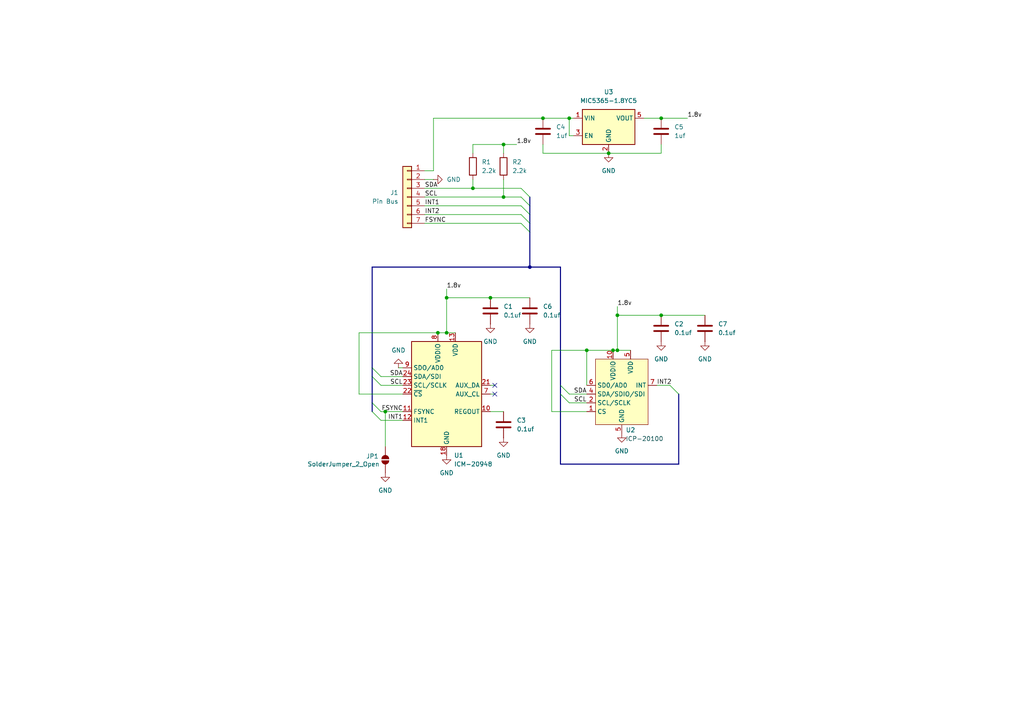
<source format=kicad_sch>
(kicad_sch (version 20250114) (generator "eeschema") (generator_version "9.0")
  (paper "A4")
  (lib_symbols
    (symbol "Connector_Generic:Conn_01x07" (pin_names (offset 1.016) (hide yes))
      (property "Reference" "J" (at 0 10.16 0))
      (property "Value" "Conn_01x07" (at 0 -10.16 0))
      (symbol "Conn_01x07_1_1"
        (rectangle (start -1.27 8.89) (end 1.27 -8.89) (stroke (width 0.254)) (fill (type background)))
        (rectangle (start -1.27 7.747) (end 0 7.493) (stroke (width 0.1524)))
        (rectangle (start -1.27 5.207) (end 0 4.953) (stroke (width 0.1524)))
        (rectangle (start -1.27 2.667) (end 0 2.413) (stroke (width 0.1524)))
        (rectangle (start -1.27 0.127) (end 0 -0.127) (stroke (width 0.1524)))
        (rectangle (start -1.27 -2.413) (end 0 -2.667) (stroke (width 0.1524)))
        (rectangle (start -1.27 -4.953) (end 0 -5.207) (stroke (width 0.1524)))
        (rectangle (start -1.27 -7.493) (end 0 -7.747) (stroke (width 0.1524)))
        (pin passive line (at -5.08 7.62 0) (length 3.81) (name "Pin_1") (number "1"))
        (pin passive line (at -5.08 5.08 0) (length 3.81) (name "Pin_2") (number "2"))
        (pin passive line (at -5.08 2.54 0) (length 3.81) (name "Pin_3") (number "3"))
        (pin passive line (at -5.08 0 0) (length 3.81) (name "Pin_4") (number "4"))
        (pin passive line (at -5.08 -2.54 0) (length 3.81) (name "Pin_5") (number "5"))
        (pin passive line (at -5.08 -5.08 0) (length 3.81) (name "Pin_6") (number "6"))
        (pin passive line (at -5.08 -7.62 0) (length 3.81) (name "Pin_7") (number "7"))
      )
    )
    (symbol "Device:C" (pin_numbers (hide yes)) (pin_names (offset 0.254))
      (property "Reference" "C" (at 0.635 2.54 0))
      (property "Value" "C" (at 0.635 -2.54 0))
      (symbol "C_0_1"
        (polyline (pts (xy -2.032 0.762) (xy 2.032 0.762)) (stroke (width 0.508)))
        (polyline (pts (xy -2.032 -0.762) (xy 2.032 -0.762)) (stroke (width 0.508)))
      )
      (symbol "C_1_1"
        (pin passive line (at 0 3.81 270) (length 2.794) (name "~") (number "1"))
        (pin passive line (at 0 -3.81 90) (length 2.794) (name "~") (number "2"))
      )
    )
    (symbol "Device:R" (pin_numbers (hide yes)) (pin_names (offset 0))
      (property "Reference" "R" (at 2.032 0 90))
      (property "Value" "R" (at 0 0 90))
      (symbol "R_0_1"
        (rectangle (start -1.016 -2.54) (end 1.016 2.54) (stroke (width 0.254)))
      )
      (symbol "R_1_1"
        (pin passive line (at 0 3.81 270) (length 1.27) (name "~") (number "1"))
        (pin passive line (at 0 -3.81 90) (length 1.27) (name "~") (number "2"))
      )
    )
    (symbol "Jumper:SolderJumper_2_Open" (pin_numbers (hide yes)) (pin_names (offset 0) (hide yes)) (in_bom no)
      (property "Reference" "JP" (at 0 2.032 0))
      (property "Value" "SolderJumper_2_Open" (at 0 -2.54 0))
      (symbol "SolderJumper_2_Open_0_1"
        (polyline (pts (xy -0.254 1.016) (xy -0.254 -1.016)))
        (arc (start -0.254 -1.016) (mid -1.2656 0) (end -0.254 1.016))
        (arc (start -0.254 -1.016) (mid -1.2656 0) (end -0.254 1.016) (fill (type outline)))
        (arc (start 0.254 1.016) (mid 1.2656 0) (end 0.254 -1.016))
        (arc (start 0.254 1.016) (mid 1.2656 0) (end 0.254 -1.016) (fill (type outline)))
        (polyline (pts (xy 0.254 1.016) (xy 0.254 -1.016)))
      )
      (symbol "SolderJumper_2_Open_1_1"
        (pin passive line (at -3.81 0 0) (length 2.54) (name "A") (number "1"))
        (pin passive line (at 3.81 0 180) (length 2.54) (name "B") (number "2"))
      )
    )
    (symbol "Regulator_Linear:MIC5365-3.3YC5"
      (property "Reference" "U" (at -6.35 6.35 0))
      (property "Value" "MIC5365-3.3YC5" (at 0 6.35 0))
      (symbol "MIC5365-3.3YC5_0_1"
        (rectangle (start -7.62 -5.08) (end 7.62 5.08) (stroke (width 0.254)) (fill (type background)))
      )
      (symbol "MIC5365-3.3YC5_1_1"
        (pin power_in line (at -10.16 2.54 0) (length 2.54) (name "VIN") (number "1"))
        (pin input line (at -10.16 -2.54 0) (length 2.54) (name "EN") (number "3"))
        (pin power_in line (at 0 -7.62 90) (length 2.54) (name "GND") (number "2"))
        (pin no_connect line (at 7.62 -2.54 180) (length 2.54) (hide yes) (name "NC") (number "4"))
        (pin power_out line (at 10.16 2.54 180) (length 2.54) (name "VOUT") (number "5"))
      )
    )
    (symbol "Sensor_Motion:ICM-20948"
      (property "Reference" "U" (at -11.43 16.51 0))
      (property "Value" "ICM-20948" (at 7.62 -16.51 0))
      (symbol "ICM-20948_0_1"
        (rectangle (start -10.16 15.24) (end 10.16 -15.24) (stroke (width 0.254)) (fill (type background)))
      )
      (symbol "ICM-20948_1_1"
        (pin bidirectional line (at -12.7 7.62 0) (length 2.54) (name "SDO/AD0") (number "9"))
        (pin bidirectional line (at -12.7 5.08 0) (length 2.54) (name "SDA/SDI") (number "24"))
        (pin input line (at -12.7 2.54 0) (length 2.54) (name "SCL/SCLK") (number "23"))
        (pin input line (at -12.7 0 0) (length 2.54) (name "~{CS}") (number "22"))
        (pin input line (at -12.7 -5.08 0) (length 2.54) (name "FSYNC") (number "11"))
        (pin output line (at -12.7 -7.62 0) (length 2.54) (name "INT1") (number "12"))
        (pin no_connect line (at -10.16 12.7 0) (length 2.54) (hide yes) (name "NC") (number "1"))
        (pin no_connect line (at -10.16 10.16 0) (length 2.54) (hide yes) (name "NC") (number "2"))
        (pin no_connect line (at -10.16 -2.54 0) (length 2.54) (hide yes) (name "NC") (number "3"))
        (pin no_connect line (at -10.16 -10.16 0) (length 2.54) (hide yes) (name "NC") (number "4"))
        (pin no_connect line (at -10.16 -12.7 0) (length 2.54) (hide yes) (name "NC") (number "5"))
        (pin power_in line (at -2.54 17.78 270) (length 2.54) (name "VDDIO") (number "8"))
        (pin power_in line (at 0 -17.78 90) (length 2.54) (name "GND") (number "18"))
        (pin passive line (at 0 -17.78 90) (length 2.54) (hide yes) (name "GND") (number "20"))
        (pin power_in line (at 2.54 17.78 270) (length 2.54) (name "VDD") (number "13"))
        (pin no_connect line (at 10.16 10.16 180) (length 2.54) (hide yes) (name "NC") (number "6"))
        (pin no_connect line (at 10.16 7.62 180) (length 2.54) (hide yes) (name "NC") (number "14"))
        (pin no_connect line (at 10.16 5.08 180) (length 2.54) (hide yes) (name "NC") (number "15"))
        (pin no_connect line (at 10.16 -7.62 180) (length 2.54) (hide yes) (name "NC") (number "16"))
        (pin no_connect line (at 10.16 -10.16 180) (length 2.54) (hide yes) (name "NC") (number "17"))
        (pin no_connect line (at 10.16 -12.7 180) (length 2.54) (hide yes) (name "RESV") (number "19"))
        (pin bidirectional line (at 12.7 2.54 180) (length 2.54) (name "AUX_DA") (number "21"))
        (pin output line (at 12.7 0 180) (length 2.54) (name "AUX_CL") (number "7"))
        (pin passive line (at 12.7 -5.08 180) (length 2.54) (name "REGOUT") (number "10"))
      )
    )
    (symbol "custom:ICP-20100"
      (property "Reference" "U" (at -9.652 -20.574 0))
      (symbol "ICP-20100_1_1"
        (rectangle (start -19.05 0) (end -3.81 -19.05) (fill (type background)))
        (text "ICP-20100" (at -4.826 -23.114 0) (effects (font (size 1.27 1.27))))
        (pin bidirectional line (at -21.59 -7.62 0) (length 2.54) (name "SD0/AD0") (number "6"))
        (pin bidirectional line (at -21.59 -10.16 0) (length 2.54) (name "SDA/SDIO/SDI") (number "4"))
        (pin bidirectional line (at -21.59 -12.7 0) (length 2.54) (name "SCL/SCLK") (number "2"))
        (pin bidirectional line (at -21.59 -15.24 0) (length 2.54) (name "CS") (number "1"))
        (pin power_in line (at -13.97 2.54 270) (length 2.54) (name "VDDIO") (number "10"))
        (pin bidirectional line (at -11.43 -21.59 90) (length 2.54) (name "GND") (number "5"))
        (pin power_in line (at -8.89 2.54 270) (length 2.54) (name "VDD") (number "5"))
        (pin bidirectional line (at -1.27 -7.62 180) (length 2.54) (name "INT") (number "7"))
      )
    )
    (symbol "power:GND" (power) (pin_numbers (hide yes)) (pin_names (offset 0) (hide yes))
      (property "Value" "GND" (at 0 -3.81 0))
      (symbol "GND_0_1"
        (polyline (pts (xy 0 0) (xy 0 -1.27) (xy 1.27 -1.27) (xy 0 -2.54) (xy -1.27 -1.27) (xy 0 -1.27)))
      )
      (symbol "GND_1_1"
        (pin power_in line (at 0 0 270) (length 0) (name "~") (number "1"))
      )
    )
  )
  (junction (at 129.54 86.36))
  (junction (at 191.77 91.44))
  (junction (at 165.1 34.29))
  (junction (at 137.16 54.61))
  (junction (at 129.54 96.52))
  (junction (at 157.48 34.29))
  (junction (at 111.76 119.38))
  (junction (at 170.18 101.6))
  (junction (at 176.53 44.45))
  (junction (at 179.07 91.44))
  (junction (at 142.24 86.36))
  (junction (at 127 96.52))
  (junction (at 153.67 77.47))
  (junction (at 191.77 34.29))
  (junction (at 146.05 57.15))
  (junction (at 146.05 41.91))
  (junction (at 179.07 101.6))
  (junction (at 177.8 101.6))
  (no_connect (at 143.51 111.76))
  (no_connect (at 143.51 114.3))
  (bus_entry (at 107.95 106.68) (size 2.54 2.54))
  (bus_entry (at 194.31 111.76) (size 2.54 2.54))
  (bus_entry (at 107.95 109.22) (size 2.54 2.54))
  (bus_entry (at 107.95 116.84) (size 2.54 2.54))
  (bus_entry (at 151.13 64.77) (size 2.54 2.54))
  (bus_entry (at 107.95 119.38) (size 2.54 2.54))
  (bus_entry (at 151.13 57.15) (size 2.54 2.54))
  (bus_entry (at 162.56 111.76) (size 2.54 2.54))
  (bus_entry (at 151.13 54.61) (size 2.54 2.54))
  (bus_entry (at 151.13 59.69) (size 2.54 2.54))
  (bus_entry (at 151.13 62.23) (size 2.54 2.54))
  (bus_entry (at 162.56 114.3) (size 2.54 2.54))
  (bus (pts (xy 153.67 62.23) (xy 153.67 64.77)))
  (wire (pts (xy 123.19 64.77) (xy 151.13 64.77)))
  (wire (pts (xy 160.02 119.38) (xy 160.02 101.6)))
  (wire (pts (xy 104.14 96.52) (xy 127 96.52)))
  (wire (pts (xy 165.1 34.29) (xy 166.37 34.29)))
  (wire (pts (xy 142.24 86.36) (xy 153.67 86.36)))
  (wire (pts (xy 143.51 111.76) (xy 142.24 111.76)))
  (wire (pts (xy 191.77 34.29) (xy 199.39 34.29)))
  (wire (pts (xy 123.19 49.53) (xy 125.73 49.53)))
  (wire (pts (xy 191.77 41.91) (xy 191.77 44.45)))
  (wire (pts (xy 123.19 62.23) (xy 151.13 62.23)))
  (wire (pts (xy 177.8 101.6) (xy 179.07 101.6)))
  (bus (pts (xy 107.95 77.47) (xy 153.67 77.47)))
  (wire (pts (xy 179.07 101.6) (xy 182.88 101.6)))
  (wire (pts (xy 146.05 41.91) (xy 137.16 41.91)))
  (wire (pts (xy 125.73 34.29) (xy 157.48 34.29)))
  (wire (pts (xy 115.57 106.68) (xy 116.84 106.68)))
  (wire (pts (xy 111.76 119.38) (xy 116.84 119.38)))
  (wire (pts (xy 170.18 119.38) (xy 160.02 119.38)))
  (wire (pts (xy 146.05 57.15) (xy 151.13 57.15)))
  (wire (pts (xy 165.1 39.37) (xy 165.1 34.29)))
  (wire (pts (xy 127 96.52) (xy 129.54 96.52)))
  (wire (pts (xy 129.54 83.82) (xy 129.54 86.36)))
  (wire (pts (xy 191.77 91.44) (xy 204.47 91.44)))
  (bus (pts (xy 196.85 114.3) (xy 196.85 134.62)))
  (wire (pts (xy 110.49 119.38) (xy 111.76 119.38)))
  (wire (pts (xy 157.48 41.91) (xy 157.48 44.45)))
  (wire (pts (xy 186.69 34.29) (xy 191.77 34.29)))
  (bus (pts (xy 162.56 114.3) (xy 162.56 111.76)))
  (wire (pts (xy 129.54 86.36) (xy 129.54 96.52)))
  (wire (pts (xy 111.76 129.54) (xy 111.76 119.38)))
  (bus (pts (xy 107.95 109.22) (xy 107.95 116.84)))
  (bus (pts (xy 153.67 57.15) (xy 153.67 59.69)))
  (bus (pts (xy 153.67 67.31) (xy 153.67 77.47)))
  (wire (pts (xy 157.48 34.29) (xy 165.1 34.29)))
  (bus (pts (xy 162.56 77.47) (xy 153.67 77.47)))
  (wire (pts (xy 170.18 111.76) (xy 170.18 101.6)))
  (wire (pts (xy 165.1 116.84) (xy 170.18 116.84)))
  (wire (pts (xy 125.73 49.53) (xy 125.73 34.29)))
  (wire (pts (xy 123.19 57.15) (xy 146.05 57.15)))
  (wire (pts (xy 191.77 44.45) (xy 176.53 44.45)))
  (wire (pts (xy 110.49 121.92) (xy 116.84 121.92)))
  (wire (pts (xy 143.51 114.3) (xy 142.24 114.3)))
  (wire (pts (xy 190.5 111.76) (xy 194.31 111.76)))
  (wire (pts (xy 137.16 54.61) (xy 151.13 54.61)))
  (wire (pts (xy 125.73 52.07) (xy 123.19 52.07)))
  (wire (pts (xy 123.19 54.61) (xy 137.16 54.61)))
  (wire (pts (xy 160.02 101.6) (xy 170.18 101.6)))
  (wire (pts (xy 146.05 52.07) (xy 146.05 57.15)))
  (wire (pts (xy 165.1 114.3) (xy 170.18 114.3)))
  (bus (pts (xy 162.56 77.47) (xy 162.56 111.76)))
  (wire (pts (xy 157.48 44.45) (xy 176.53 44.45)))
  (wire (pts (xy 149.86 41.91) (xy 146.05 41.91)))
  (wire (pts (xy 129.54 86.36) (xy 142.24 86.36)))
  (wire (pts (xy 142.24 119.38) (xy 146.05 119.38)))
  (wire (pts (xy 146.05 41.91) (xy 146.05 44.45)))
  (wire (pts (xy 179.07 91.44) (xy 191.77 91.44)))
  (wire (pts (xy 129.54 96.52) (xy 132.08 96.52)))
  (wire (pts (xy 166.37 39.37) (xy 165.1 39.37)))
  (bus (pts (xy 107.95 116.84) (xy 107.95 119.38)))
  (wire (pts (xy 123.19 59.69) (xy 151.13 59.69)))
  (bus (pts (xy 107.95 77.47) (xy 107.95 106.68)))
  (wire (pts (xy 110.49 111.76) (xy 116.84 111.76)))
  (wire (pts (xy 110.49 109.22) (xy 116.84 109.22)))
  (bus (pts (xy 162.56 114.3) (xy 162.56 134.62)))
  (bus (pts (xy 153.67 64.77) (xy 153.67 67.31)))
  (wire (pts (xy 104.14 114.3) (xy 104.14 96.52)))
  (wire (pts (xy 137.16 41.91) (xy 137.16 44.45)))
  (wire (pts (xy 116.84 114.3) (xy 104.14 114.3)))
  (wire (pts (xy 137.16 52.07) (xy 137.16 54.61)))
  (wire (pts (xy 170.18 101.6) (xy 177.8 101.6)))
  (wire (pts (xy 179.07 88.9) (xy 179.07 91.44)))
  (wire (pts (xy 179.07 91.44) (xy 179.07 101.6)))
  (bus (pts (xy 107.95 106.68) (xy 107.95 109.22)))
  (bus (pts (xy 153.67 59.69) (xy 153.67 62.23)))
  (bus (pts (xy 196.85 134.62) (xy 162.56 134.62)))
  (label "SDA" (at 116.84 109.22 180))
  (label "SCL" (at 116.84 111.76 180))
  (label "SDA" (at 170.18 114.3 180))
  (label "1.8v" (at 149.86 41.91 0))
  (label "FSYNC" (at 123.19 64.77 0))
  (label "SCL" (at 123.19 57.15 0))
  (label "FSYNC" (at 116.84 119.38 180))
  (label "INT2" (at 123.19 62.23 0))
  (label "1.8v" (at 129.54 83.82 0))
  (label "INT2" (at 190.5 111.76 0))
  (label "SCL" (at 170.18 116.84 180))
  (label "1.8v" (at 179.07 88.9 0))
  (label "SDA" (at 123.19 54.61 0))
  (label "INT1" (at 116.84 121.92 180))
  (label "1.8v" (at 199.39 34.29 0))
  (label "INT1" (at 123.19 59.69 0))
  (symbol (lib_id "power:GND") (at 115.57 106.68 180) (unit 1)
    (property "Reference" "#PWR01" (effects (hide yes)))
    (property "Value" "GND" (at 115.57 101.6 0))
    (property "Description" "Power symbol creates a global label with name \"GND\" , ground" (effects (hide yes)))
  )
  (symbol (lib_id "power:GND") (at 146.05 127 0) (unit 1)
    (property "Reference" "#PWR06" (effects (hide yes)))
    (property "Value" "GND" (at 146.05 132.08 0))
    (property "Description" "Power symbol creates a global label with name \"GND\" , ground" (effects (hide yes)))
  )
  (symbol (lib_id "power:GND") (at 191.77 99.06 0) (unit 1)
    (property "Reference" "#PWR04" (effects (hide yes)))
    (property "Value" "GND" (at 191.77 104.14 0))
    (property "Description" "Power symbol creates a global label with name \"GND\" , ground" (effects (hide yes)))
  )
  (symbol (lib_id "Device:C") (at 153.67 90.17 0) (unit 1)
    (property "Reference" "C6" (at 157.48 88.8999 0) (effects (justify left)))
    (property "Value" "0.1uf" (at 157.48 91.4399 0) (effects (justify left)))
    (property "Footprint" "Capacitor_SMD:C_0402_1005Metric_Pad0.74x0.62mm_HandSolder" (effects (hide yes)))
    (property "Description" "Unpolarized capacitor" (effects (hide yes)))
  )
  (symbol (lib_id "power:GND") (at 176.53 44.45 0) (unit 1)
    (property "Reference" "#PWR07" (effects (hide yes)))
    (property "Value" "GND" (at 176.53 49.53 0))
    (property "Description" "Power symbol creates a global label with name \"GND\" , ground" (effects (hide yes)))
  )
  (symbol (lib_id "Device:C") (at 157.48 38.1 0) (unit 1)
    (property "Reference" "C4" (at 161.29 36.8299 0) (effects (justify left)))
    (property "Value" "1uf" (at 161.29 39.3699 0) (effects (justify left)))
    (property "Footprint" "Capacitor_SMD:C_0603_1608Metric_Pad1.08x0.95mm_HandSolder" (effects (hide yes)))
    (property "Description" "Unpolarized capacitor" (effects (hide yes)))
  )
  (symbol (lib_id "Device:C") (at 191.77 38.1 0) (unit 1)
    (property "Reference" "C5" (at 195.58 36.8299 0) (effects (justify left)))
    (property "Value" "1uf" (at 195.58 39.3699 0) (effects (justify left)))
    (property "Footprint" "Capacitor_SMD:C_0603_1608Metric_Pad1.08x0.95mm_HandSolder" (effects (hide yes)))
    (property "Description" "Unpolarized capacitor" (effects (hide yes)))
  )
  (symbol (lib_id "power:GND") (at 180.34 125.73 0) (unit 1)
    (property "Reference" "#PWR03" (effects (hide yes)))
    (property "Value" "GND" (at 180.34 130.81 0))
    (property "Description" "Power symbol creates a global label with name \"GND\" , ground" (effects (hide yes)))
  )
  (symbol (lib_id "power:GND") (at 129.54 132.08 0) (unit 1)
    (property "Reference" "#PWR02" (effects (hide yes)))
    (property "Value" "GND" (at 129.54 137.16 0))
    (property "Description" "Power symbol creates a global label with name \"GND\" , ground" (effects (hide yes)))
  )
  (symbol (lib_id "power:GND") (at 153.67 93.98 0) (unit 1)
    (property "Reference" "#PWR010" (effects (hide yes)))
    (property "Value" "GND" (at 153.67 99.06 0))
    (property "Description" "Power symbol creates a global label with name \"GND\" , ground" (effects (hide yes)))
  )
  (symbol (lib_id "Connector_Generic:Conn_01x07") (at 118.11 57.15 0) (mirror y) (unit 1)
    (property "Reference" "J1" (at 115.57 55.8799 0) (effects (justify left)))
    (property "Value" "Pin Bus" (at 115.57 58.4199 0) (effects (justify left)))
    (property "Footprint" "Connector_PinHeader_2.54mm:PinHeader_1x07_P2.54mm_Vertical" (effects (hide yes)))
    (property "Description" "Generic connector, single row, 01x07, script generated (kicad-library-utils/schlib/autogen/connector/)" (effects (hide yes)))
  )
  (symbol (lib_id "Device:R") (at 137.16 48.26 0) (unit 1)
    (property "Reference" "R1" (at 139.7 46.9899 0) (effects (justify left)))
    (property "Value" "2.2k" (at 139.7 49.5299 0) (effects (justify left)))
    (property "Footprint" "Resistor_SMD:R_0603_1608Metric_Pad0.98x0.95mm_HandSolder" (effects (hide yes)))
    (property "Description" "Resistor" (effects (hide yes)))
  )
  (symbol (lib_id "Device:C") (at 191.77 95.25 0) (unit 1)
    (property "Reference" "C2" (at 195.58 93.9799 0) (effects (justify left)))
    (property "Value" "0.1uf" (at 195.58 96.5199 0) (effects (justify left)))
    (property "Footprint" "Capacitor_SMD:C_0402_1005Metric_Pad0.74x0.62mm_HandSolder" (effects (hide yes)))
    (property "Description" "Unpolarized capacitor" (effects (hide yes)))
  )
  (symbol (lib_id "Regulator_Linear:MIC5365-3.3YC5") (at 176.53 36.83 0) (unit 1)
    (property "Reference" "U3" (at 176.53 26.67 0))
    (property "Value" "MIC5365-1.8YC5" (at 176.53 29.21 0))
    (property "Footprint" "Package_TO_SOT_SMD:SOT-353_SC-70-5" (effects (hide yes)))
    (property "Datasheet" "http://ww1.microchip.com/downloads/en/DeviceDoc/mic5365.pdf" (effects (hide yes)))
    (property "Description" "150mA Low-dropout Voltage Regulator, Vout 3.3V, Vin up to 5.5V, SC-70-5" (effects (hide yes)))
  )
  (symbol (lib_id "Jumper:SolderJumper_2_Open") (at 111.76 133.35 270) (unit 1) (in_bom no)
    (property "Reference" "JP1" (at 106.172 132.334 90) (effects (justify left)))
    (property "Value" "SolderJumper_2_Open" (at 89.154 134.62 90) (effects (justify left)))
    (property "Footprint" "Jumper:SolderJumper-2_P1.3mm_Open_Pad1.0x1.5mm" (effects (hide yes)))
    (property "Description" "Solder Jumper, 2-pole, open" (effects (hide yes)))
  )
  (symbol (lib_id "Device:C") (at 142.24 90.17 0) (unit 1)
    (property "Reference" "C1" (at 146.05 88.8999 0) (effects (justify left)))
    (property "Value" "0.1uf" (at 146.05 91.4399 0) (effects (justify left)))
    (property "Footprint" "Capacitor_SMD:C_0402_1005Metric_Pad0.74x0.62mm_HandSolder" (effects (hide yes)))
    (property "Description" "Unpolarized capacitor" (effects (hide yes)))
  )
  (symbol (lib_id "Device:C") (at 146.05 123.19 0) (unit 1)
    (property "Reference" "C3" (at 149.86 121.9199 0) (effects (justify left)))
    (property "Value" "0.1uf" (at 149.86 124.4599 0) (effects (justify left)))
    (property "Footprint" "Capacitor_SMD:C_0402_1005Metric_Pad0.74x0.62mm_HandSolder" (effects (hide yes)))
    (property "Description" "Unpolarized capacitor" (effects (hide yes)))
  )
  (symbol (lib_id "Sensor_Motion:ICM-20948") (at 129.54 114.3 0) (unit 1)
    (property "Reference" "U1" (at 131.6833 132.08 0) (effects (justify left)))
    (property "Value" "ICM-20948" (at 131.6833 134.62 0) (effects (justify left)))
    (property "Footprint" "Sensor_Motion:InvenSense_QFN-24_3x3mm_P0.4mm" (effects (hide yes)))
    (property "Datasheet" "http://www.invensense.com/wp-content/uploads/2016/06/DS-000189-ICM-20948-v1.3.pdf" (effects (hide yes)))
    (property "Description" "InvenSense 9-Axis Motion Sensor, Accelerometer, Gyroscope, Compass, I2C/SPI, QFN-24" (effects (hide yes)))
  )
  (symbol (lib_id "power:GND") (at 111.76 137.16 0) (unit 1)
    (property "Reference" "#PWR09" (effects (hide yes)))
    (property "Value" "GND" (at 111.76 142.24 0))
    (property "Description" "Power symbol creates a global label with name \"GND\" , ground" (effects (hide yes)))
  )
  (symbol (lib_id "power:GND") (at 142.24 93.98 0) (unit 1)
    (property "Reference" "#PWR05" (effects (hide yes)))
    (property "Value" "GND" (at 142.24 99.06 0))
    (property "Description" "Power symbol creates a global label with name \"GND\" , ground" (effects (hide yes)))
  )
  (symbol (lib_id "power:GND") (at 125.73 52.07 90) (unit 1)
    (property "Reference" "#PWR08" (effects (hide yes)))
    (property "Value" "GND" (at 129.54 52.0699 90) (effects (justify right)))
    (property "Description" "Power symbol creates a global label with name \"GND\" , ground" (effects (hide yes)))
  )
  (symbol (lib_id "power:GND") (at 204.47 99.06 0) (unit 1)
    (property "Reference" "#PWR011" (effects (hide yes)))
    (property "Value" "GND" (at 204.47 104.14 0))
    (property "Description" "Power symbol creates a global label with name \"GND\" , ground" (effects (hide yes)))
  )
  (symbol (lib_id "Device:R") (at 146.05 48.26 0) (unit 1)
    (property "Reference" "R2" (at 148.59 46.9899 0) (effects (justify left)))
    (property "Value" "2.2k" (at 148.59 49.5299 0) (effects (justify left)))
    (property "Footprint" "Resistor_SMD:R_0603_1608Metric_Pad0.98x0.95mm_HandSolder" (effects (hide yes)))
    (property "Description" "Resistor" (effects (hide yes)))
  )
  (symbol (lib_id "custom:ICP-20100") (at 191.77 104.14 0) (unit 1)
    (property "Reference" "U2" (at 182.88 124.714 0))
    (property "Footprint" "Package_LGA:ST_HLGA-10_2x2mm_P0.5mm_LayoutBorder3x2y" (effects (hide yes)))
  )
  (symbol (lib_id "Device:C") (at 204.47 95.25 0) (unit 1)
    (property "Reference" "C7" (at 208.28 93.9799 0) (effects (justify left)))
    (property "Value" "0.1uf" (at 208.28 96.5199 0) (effects (justify left)))
    (property "Footprint" "Capacitor_SMD:C_0402_1005Metric_Pad0.74x0.62mm_HandSolder" (effects (hide yes)))
    (property "Description" "Unpolarized capacitor" (effects (hide yes)))
  )
)
</source>
